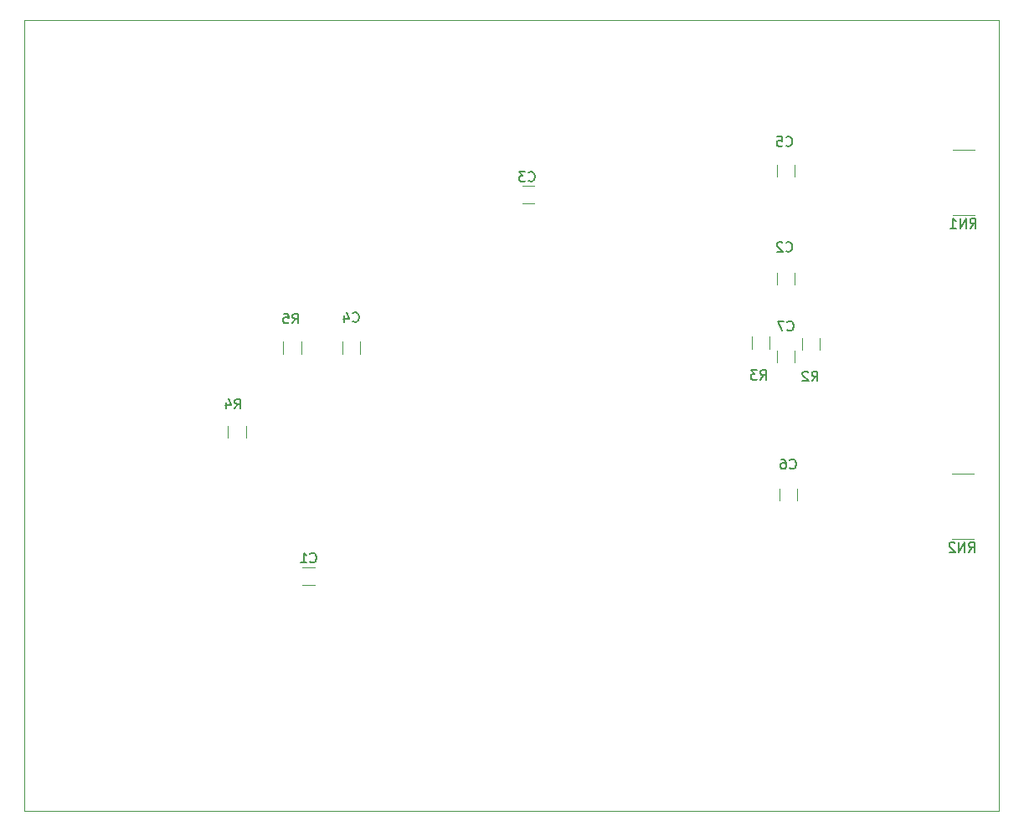
<source format=gbr>
G04 #@! TF.GenerationSoftware,KiCad,Pcbnew,5.1.5+dfsg1-2build2*
G04 #@! TF.CreationDate,2021-07-30T22:42:47+01:00*
G04 #@! TF.ProjectId,Printer+Sticks,5072696e-7465-4722-9b53-7469636b732e,rev?*
G04 #@! TF.SameCoordinates,Original*
G04 #@! TF.FileFunction,Legend,Bot*
G04 #@! TF.FilePolarity,Positive*
%FSLAX46Y46*%
G04 Gerber Fmt 4.6, Leading zero omitted, Abs format (unit mm)*
G04 Created by KiCad (PCBNEW 5.1.5+dfsg1-2build2) date 2021-07-30 22:42:47*
%MOMM*%
%LPD*%
G04 APERTURE LIST*
%ADD10C,0.050000*%
%ADD11C,0.120000*%
%ADD12C,0.150000*%
G04 APERTURE END LIST*
D10*
X155448000Y-109982000D02*
X155448000Y-189992000D01*
X56896000Y-109982000D02*
X155448000Y-109982000D01*
X56896000Y-189992000D02*
X56896000Y-109982000D01*
X155448000Y-189992000D02*
X56896000Y-189992000D01*
D11*
X107217936Y-126725000D02*
X108422064Y-126725000D01*
X107217936Y-128545000D02*
X108422064Y-128545000D01*
X86203064Y-167153000D02*
X84998936Y-167153000D01*
X86203064Y-165333000D02*
X84998936Y-165333000D01*
X132228000Y-143226064D02*
X132228000Y-142021936D01*
X130408000Y-143226064D02*
X130408000Y-142021936D01*
X137308000Y-143353064D02*
X137308000Y-142148936D01*
X135488000Y-143353064D02*
X135488000Y-142148936D01*
X79269000Y-151038936D02*
X79269000Y-152243064D01*
X77449000Y-151038936D02*
X77449000Y-152243064D01*
X84857000Y-142523936D02*
X84857000Y-143728064D01*
X83037000Y-142523936D02*
X83037000Y-143728064D01*
X90826000Y-142529936D02*
X90826000Y-143734064D01*
X89006000Y-142529936D02*
X89006000Y-143734064D01*
X152865000Y-162431000D02*
X150665000Y-162431000D01*
X152865000Y-155831000D02*
X150665000Y-155831000D01*
X152992000Y-129665000D02*
X150792000Y-129665000D01*
X152992000Y-123065000D02*
X150792000Y-123065000D01*
X132948000Y-125824064D02*
X132948000Y-124619936D01*
X134768000Y-125824064D02*
X134768000Y-124619936D01*
X134768000Y-143415936D02*
X134768000Y-144620064D01*
X132948000Y-143415936D02*
X132948000Y-144620064D01*
X133202000Y-158590064D02*
X133202000Y-157385936D01*
X135022000Y-158590064D02*
X135022000Y-157385936D01*
X134768000Y-135541936D02*
X134768000Y-136746064D01*
X132948000Y-135541936D02*
X132948000Y-136746064D01*
D12*
X107862666Y-126214142D02*
X107910285Y-126261761D01*
X108053142Y-126309380D01*
X108148380Y-126309380D01*
X108291238Y-126261761D01*
X108386476Y-126166523D01*
X108434095Y-126071285D01*
X108481714Y-125880809D01*
X108481714Y-125737952D01*
X108434095Y-125547476D01*
X108386476Y-125452238D01*
X108291238Y-125357000D01*
X108148380Y-125309380D01*
X108053142Y-125309380D01*
X107910285Y-125357000D01*
X107862666Y-125404619D01*
X107529333Y-125309380D02*
X106910285Y-125309380D01*
X107243619Y-125690333D01*
X107100761Y-125690333D01*
X107005523Y-125737952D01*
X106957904Y-125785571D01*
X106910285Y-125880809D01*
X106910285Y-126118904D01*
X106957904Y-126214142D01*
X107005523Y-126261761D01*
X107100761Y-126309380D01*
X107386476Y-126309380D01*
X107481714Y-126261761D01*
X107529333Y-126214142D01*
X85767666Y-164780142D02*
X85815285Y-164827761D01*
X85958142Y-164875380D01*
X86053380Y-164875380D01*
X86196238Y-164827761D01*
X86291476Y-164732523D01*
X86339095Y-164637285D01*
X86386714Y-164446809D01*
X86386714Y-164303952D01*
X86339095Y-164113476D01*
X86291476Y-164018238D01*
X86196238Y-163923000D01*
X86053380Y-163875380D01*
X85958142Y-163875380D01*
X85815285Y-163923000D01*
X85767666Y-163970619D01*
X84815285Y-164875380D02*
X85386714Y-164875380D01*
X85101000Y-164875380D02*
X85101000Y-163875380D01*
X85196238Y-164018238D01*
X85291476Y-164113476D01*
X85386714Y-164161095D01*
X131294166Y-146381380D02*
X131627500Y-145905190D01*
X131865595Y-146381380D02*
X131865595Y-145381380D01*
X131484642Y-145381380D01*
X131389404Y-145429000D01*
X131341785Y-145476619D01*
X131294166Y-145571857D01*
X131294166Y-145714714D01*
X131341785Y-145809952D01*
X131389404Y-145857571D01*
X131484642Y-145905190D01*
X131865595Y-145905190D01*
X130960833Y-145381380D02*
X130341785Y-145381380D01*
X130675119Y-145762333D01*
X130532261Y-145762333D01*
X130437023Y-145809952D01*
X130389404Y-145857571D01*
X130341785Y-145952809D01*
X130341785Y-146190904D01*
X130389404Y-146286142D01*
X130437023Y-146333761D01*
X130532261Y-146381380D01*
X130817976Y-146381380D01*
X130913214Y-146333761D01*
X130960833Y-146286142D01*
X136501166Y-146505380D02*
X136834500Y-146029190D01*
X137072595Y-146505380D02*
X137072595Y-145505380D01*
X136691642Y-145505380D01*
X136596404Y-145553000D01*
X136548785Y-145600619D01*
X136501166Y-145695857D01*
X136501166Y-145838714D01*
X136548785Y-145933952D01*
X136596404Y-145981571D01*
X136691642Y-146029190D01*
X137072595Y-146029190D01*
X136120214Y-145600619D02*
X136072595Y-145553000D01*
X135977357Y-145505380D01*
X135739261Y-145505380D01*
X135644023Y-145553000D01*
X135596404Y-145600619D01*
X135548785Y-145695857D01*
X135548785Y-145791095D01*
X135596404Y-145933952D01*
X136167833Y-146505380D01*
X135548785Y-146505380D01*
X78144666Y-149296380D02*
X78478000Y-148820190D01*
X78716095Y-149296380D02*
X78716095Y-148296380D01*
X78335142Y-148296380D01*
X78239904Y-148344000D01*
X78192285Y-148391619D01*
X78144666Y-148486857D01*
X78144666Y-148629714D01*
X78192285Y-148724952D01*
X78239904Y-148772571D01*
X78335142Y-148820190D01*
X78716095Y-148820190D01*
X77287523Y-148629714D02*
X77287523Y-149296380D01*
X77525619Y-148248761D02*
X77763714Y-148963047D01*
X77144666Y-148963047D01*
X83986666Y-140660380D02*
X84320000Y-140184190D01*
X84558095Y-140660380D02*
X84558095Y-139660380D01*
X84177142Y-139660380D01*
X84081904Y-139708000D01*
X84034285Y-139755619D01*
X83986666Y-139850857D01*
X83986666Y-139993714D01*
X84034285Y-140088952D01*
X84081904Y-140136571D01*
X84177142Y-140184190D01*
X84558095Y-140184190D01*
X83081904Y-139660380D02*
X83558095Y-139660380D01*
X83605714Y-140136571D01*
X83558095Y-140088952D01*
X83462857Y-140041333D01*
X83224761Y-140041333D01*
X83129523Y-140088952D01*
X83081904Y-140136571D01*
X83034285Y-140231809D01*
X83034285Y-140469904D01*
X83081904Y-140565142D01*
X83129523Y-140612761D01*
X83224761Y-140660380D01*
X83462857Y-140660380D01*
X83558095Y-140612761D01*
X83605714Y-140565142D01*
X90082666Y-140438142D02*
X90130285Y-140485761D01*
X90273142Y-140533380D01*
X90368380Y-140533380D01*
X90511238Y-140485761D01*
X90606476Y-140390523D01*
X90654095Y-140295285D01*
X90701714Y-140104809D01*
X90701714Y-139961952D01*
X90654095Y-139771476D01*
X90606476Y-139676238D01*
X90511238Y-139581000D01*
X90368380Y-139533380D01*
X90273142Y-139533380D01*
X90130285Y-139581000D01*
X90082666Y-139628619D01*
X89225523Y-139866714D02*
X89225523Y-140533380D01*
X89463619Y-139485761D02*
X89701714Y-140200047D01*
X89082666Y-140200047D01*
X152385476Y-163803380D02*
X152718809Y-163327190D01*
X152956904Y-163803380D02*
X152956904Y-162803380D01*
X152575952Y-162803380D01*
X152480714Y-162851000D01*
X152433095Y-162898619D01*
X152385476Y-162993857D01*
X152385476Y-163136714D01*
X152433095Y-163231952D01*
X152480714Y-163279571D01*
X152575952Y-163327190D01*
X152956904Y-163327190D01*
X151956904Y-163803380D02*
X151956904Y-162803380D01*
X151385476Y-163803380D01*
X151385476Y-162803380D01*
X150956904Y-162898619D02*
X150909285Y-162851000D01*
X150814047Y-162803380D01*
X150575952Y-162803380D01*
X150480714Y-162851000D01*
X150433095Y-162898619D01*
X150385476Y-162993857D01*
X150385476Y-163089095D01*
X150433095Y-163231952D01*
X151004523Y-163803380D01*
X150385476Y-163803380D01*
X152512476Y-131037380D02*
X152845809Y-130561190D01*
X153083904Y-131037380D02*
X153083904Y-130037380D01*
X152702952Y-130037380D01*
X152607714Y-130085000D01*
X152560095Y-130132619D01*
X152512476Y-130227857D01*
X152512476Y-130370714D01*
X152560095Y-130465952D01*
X152607714Y-130513571D01*
X152702952Y-130561190D01*
X153083904Y-130561190D01*
X152083904Y-131037380D02*
X152083904Y-130037380D01*
X151512476Y-131037380D01*
X151512476Y-130037380D01*
X150512476Y-131037380D02*
X151083904Y-131037380D01*
X150798190Y-131037380D02*
X150798190Y-130037380D01*
X150893428Y-130180238D01*
X150988666Y-130275476D01*
X151083904Y-130323095D01*
X133897666Y-122658142D02*
X133945285Y-122705761D01*
X134088142Y-122753380D01*
X134183380Y-122753380D01*
X134326238Y-122705761D01*
X134421476Y-122610523D01*
X134469095Y-122515285D01*
X134516714Y-122324809D01*
X134516714Y-122181952D01*
X134469095Y-121991476D01*
X134421476Y-121896238D01*
X134326238Y-121801000D01*
X134183380Y-121753380D01*
X134088142Y-121753380D01*
X133945285Y-121801000D01*
X133897666Y-121848619D01*
X132992904Y-121753380D02*
X133469095Y-121753380D01*
X133516714Y-122229571D01*
X133469095Y-122181952D01*
X133373857Y-122134333D01*
X133135761Y-122134333D01*
X133040523Y-122181952D01*
X132992904Y-122229571D01*
X132945285Y-122324809D01*
X132945285Y-122562904D01*
X132992904Y-122658142D01*
X133040523Y-122705761D01*
X133135761Y-122753380D01*
X133373857Y-122753380D01*
X133469095Y-122705761D01*
X133516714Y-122658142D01*
X134024666Y-141327142D02*
X134072285Y-141374761D01*
X134215142Y-141422380D01*
X134310380Y-141422380D01*
X134453238Y-141374761D01*
X134548476Y-141279523D01*
X134596095Y-141184285D01*
X134643714Y-140993809D01*
X134643714Y-140850952D01*
X134596095Y-140660476D01*
X134548476Y-140565238D01*
X134453238Y-140470000D01*
X134310380Y-140422380D01*
X134215142Y-140422380D01*
X134072285Y-140470000D01*
X134024666Y-140517619D01*
X133691333Y-140422380D02*
X133024666Y-140422380D01*
X133453238Y-141422380D01*
X134278666Y-155297142D02*
X134326285Y-155344761D01*
X134469142Y-155392380D01*
X134564380Y-155392380D01*
X134707238Y-155344761D01*
X134802476Y-155249523D01*
X134850095Y-155154285D01*
X134897714Y-154963809D01*
X134897714Y-154820952D01*
X134850095Y-154630476D01*
X134802476Y-154535238D01*
X134707238Y-154440000D01*
X134564380Y-154392380D01*
X134469142Y-154392380D01*
X134326285Y-154440000D01*
X134278666Y-154487619D01*
X133421523Y-154392380D02*
X133612000Y-154392380D01*
X133707238Y-154440000D01*
X133754857Y-154487619D01*
X133850095Y-154630476D01*
X133897714Y-154820952D01*
X133897714Y-155201904D01*
X133850095Y-155297142D01*
X133802476Y-155344761D01*
X133707238Y-155392380D01*
X133516761Y-155392380D01*
X133421523Y-155344761D01*
X133373904Y-155297142D01*
X133326285Y-155201904D01*
X133326285Y-154963809D01*
X133373904Y-154868571D01*
X133421523Y-154820952D01*
X133516761Y-154773333D01*
X133707238Y-154773333D01*
X133802476Y-154820952D01*
X133850095Y-154868571D01*
X133897714Y-154963809D01*
X133897666Y-133326142D02*
X133945285Y-133373761D01*
X134088142Y-133421380D01*
X134183380Y-133421380D01*
X134326238Y-133373761D01*
X134421476Y-133278523D01*
X134469095Y-133183285D01*
X134516714Y-132992809D01*
X134516714Y-132849952D01*
X134469095Y-132659476D01*
X134421476Y-132564238D01*
X134326238Y-132469000D01*
X134183380Y-132421380D01*
X134088142Y-132421380D01*
X133945285Y-132469000D01*
X133897666Y-132516619D01*
X133516714Y-132516619D02*
X133469095Y-132469000D01*
X133373857Y-132421380D01*
X133135761Y-132421380D01*
X133040523Y-132469000D01*
X132992904Y-132516619D01*
X132945285Y-132611857D01*
X132945285Y-132707095D01*
X132992904Y-132849952D01*
X133564333Y-133421380D01*
X132945285Y-133421380D01*
M02*

</source>
